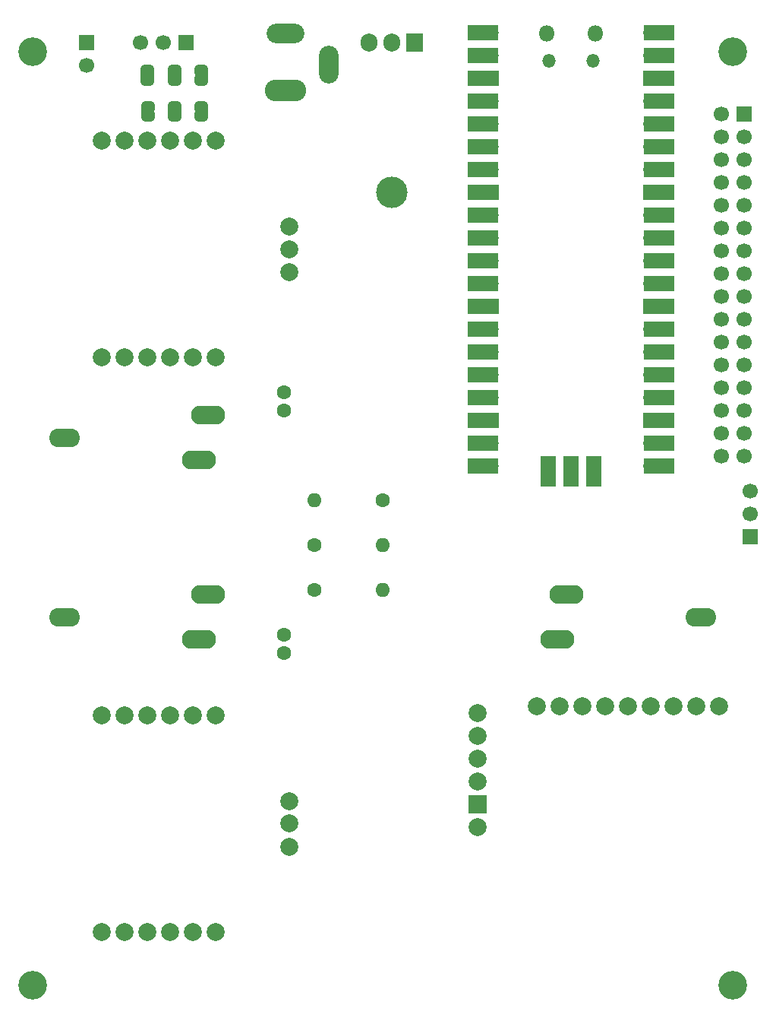
<source format=gbr>
%TF.GenerationSoftware,KiCad,Pcbnew,9.0.2*%
%TF.CreationDate,2025-06-25T22:06:46+02:00*%
%TF.ProjectId,baseboard,62617365-626f-4617-9264-2e6b69636164,rev?*%
%TF.SameCoordinates,Original*%
%TF.FileFunction,Soldermask,Top*%
%TF.FilePolarity,Negative*%
%FSLAX46Y46*%
G04 Gerber Fmt 4.6, Leading zero omitted, Abs format (unit mm)*
G04 Created by KiCad (PCBNEW 9.0.2) date 2025-06-25 22:06:46*
%MOMM*%
%LPD*%
G01*
G04 APERTURE LIST*
G04 Aperture macros list*
%AMFreePoly0*
4,1,23,0.000000,0.745722,0.065263,0.745722,0.191342,0.711940,0.304381,0.646677,0.396677,0.554381,0.461940,0.441342,0.495722,0.315263,0.495722,0.250000,0.500000,0.250000,0.500000,-0.250000,0.495722,-0.250000,0.495722,-0.315263,0.461940,-0.441342,0.396677,-0.554381,0.304381,-0.646677,0.191342,-0.711940,0.065263,-0.745722,0.000000,-0.745722,0.000000,-0.750000,-0.500000,-0.750000,
-0.500000,0.750000,0.000000,0.750000,0.000000,0.745722,0.000000,0.745722,$1*%
%AMFreePoly1*
4,1,23,0.500000,-0.750000,0.000000,-0.750000,0.000000,-0.745722,-0.065263,-0.745722,-0.191342,-0.711940,-0.304381,-0.646677,-0.396677,-0.554381,-0.461940,-0.441342,-0.495722,-0.315263,-0.495722,-0.250000,-0.500000,-0.250000,-0.500000,0.250000,-0.495722,0.250000,-0.495722,0.315263,-0.461940,0.441342,-0.396677,0.554381,-0.304381,0.646677,-0.191342,0.711940,-0.065263,0.745722,0.000000,0.745722,
0.000000,0.750000,0.500000,0.750000,0.500000,-0.750000,0.500000,-0.750000,$1*%
G04 Aperture macros list end*
%ADD10FreePoly0,270.000000*%
%ADD11FreePoly1,270.000000*%
%ADD12FreePoly0,90.000000*%
%ADD13FreePoly1,90.000000*%
%ADD14C,1.600000*%
%ADD15O,1.600000X1.600000*%
%ADD16R,1.700000X1.700000*%
%ADD17C,1.700000*%
%ADD18C,2.000000*%
%ADD19C,3.200000*%
%ADD20O,1.800000X1.800000*%
%ADD21O,1.500000X1.500000*%
%ADD22O,1.700000X1.700000*%
%ADD23R,3.500000X1.700000*%
%ADD24R,1.700000X3.500000*%
%ADD25R,2.000000X2.000000*%
%ADD26C,3.500000*%
%ADD27R,1.905000X2.000000*%
%ADD28O,1.905000X2.000000*%
%ADD29O,4.604000X2.404000*%
%ADD30O,4.204000X2.204000*%
%ADD31O,2.204000X4.204000*%
%ADD32O,3.400000X2.100000*%
%ADD33O,3.800000X2.100000*%
G04 APERTURE END LIST*
%TO.C,JP1*%
G36*
X163560000Y-30500000D02*
G01*
X162060000Y-30500000D01*
X162060000Y-30800000D01*
X163560000Y-30800000D01*
X163560000Y-30500000D01*
G37*
%TO.C,JP2*%
G36*
X162060000Y-26800000D02*
G01*
X163560000Y-26800000D01*
X163560000Y-26500000D01*
X162060000Y-26500000D01*
X162060000Y-26800000D01*
G37*
%TO.C,JP3*%
G36*
X157560000Y-30500000D02*
G01*
X156060000Y-30500000D01*
X156060000Y-30800000D01*
X157560000Y-30800000D01*
X157560000Y-30500000D01*
G37*
%TO.C,JP4*%
G36*
X156010000Y-26800000D02*
G01*
X157510000Y-26800000D01*
X157510000Y-26500000D01*
X156010000Y-26500000D01*
X156010000Y-26800000D01*
G37*
%TO.C,JP5*%
G36*
X159060000Y-26800000D02*
G01*
X160560000Y-26800000D01*
X160560000Y-26500000D01*
X159060000Y-26500000D01*
X159060000Y-26800000D01*
G37*
%TO.C,JP6*%
G36*
X160560000Y-30500000D02*
G01*
X159060000Y-30500000D01*
X159060000Y-30800000D01*
X160560000Y-30800000D01*
X160560000Y-30500000D01*
G37*
%TD*%
D10*
%TO.C,JP1*%
X162810000Y-31300000D03*
D11*
X162810000Y-30000000D03*
%TD*%
D12*
%TO.C,JP2*%
X162810000Y-26000000D03*
D13*
X162810000Y-27300000D03*
%TD*%
D10*
%TO.C,JP3*%
X156810000Y-31300000D03*
D11*
X156810000Y-30000000D03*
%TD*%
D12*
%TO.C,JP4*%
X156760000Y-26000000D03*
D13*
X156760000Y-27300000D03*
%TD*%
D12*
%TO.C,JP5*%
X159810000Y-26000000D03*
D13*
X159810000Y-27300000D03*
%TD*%
D10*
%TO.C,JP6*%
X159810000Y-31300000D03*
D11*
X159810000Y-30000000D03*
%TD*%
D14*
%TO.C,R1*%
X183000000Y-74000000D03*
D15*
X175380000Y-74000000D03*
%TD*%
D16*
%TO.C,J4*%
X224000000Y-78080000D03*
D17*
X224000000Y-75540000D03*
X224000000Y-73000000D03*
%TD*%
D18*
%TO.C,ADC1*%
X164350000Y-33935000D03*
X161810000Y-33935000D03*
X159270000Y-33935000D03*
X156730000Y-33935000D03*
X154190000Y-33935000D03*
X151650000Y-33935000D03*
X164350000Y-58065000D03*
X161810000Y-58065000D03*
X159270000Y-58065000D03*
X156730000Y-58065000D03*
X154190000Y-58065000D03*
X151650000Y-58065000D03*
X172630400Y-43485400D03*
X172605000Y-46000000D03*
X172630400Y-48565400D03*
%TD*%
D14*
%TO.C,R2*%
X175380000Y-78950000D03*
D15*
X183000000Y-78950000D03*
%TD*%
D19*
%TO.C,H3*%
X144000000Y-128000000D03*
%TD*%
D16*
%TO.C,J3*%
X223290000Y-30950000D03*
D17*
X220750000Y-30950000D03*
X223290000Y-33490000D03*
X220750000Y-33490000D03*
X223290000Y-36030000D03*
X220750000Y-36030000D03*
X223290000Y-38570000D03*
X220750000Y-38570000D03*
X223290000Y-41110000D03*
X220750000Y-41110000D03*
X223290000Y-43650000D03*
X220750000Y-43650000D03*
X223290000Y-46190000D03*
X220750000Y-46190000D03*
X223290000Y-48730000D03*
X220750000Y-48730000D03*
X223290000Y-51270000D03*
X220750000Y-51270000D03*
X223290000Y-53810000D03*
X220750000Y-53810000D03*
X223290000Y-56350000D03*
X220750000Y-56350000D03*
X223290000Y-58890000D03*
X220750000Y-58890000D03*
X223290000Y-61430000D03*
X220750000Y-61430000D03*
X223290000Y-63970000D03*
X220750000Y-63970000D03*
X223290000Y-66510000D03*
X220750000Y-66510000D03*
X223290000Y-69050000D03*
X220750000Y-69050000D03*
%TD*%
D20*
%TO.C,U1*%
X201275000Y-22000000D03*
D21*
X201575000Y-25030000D03*
X206425000Y-25030000D03*
D20*
X206725000Y-22000000D03*
D22*
X195110000Y-21870000D03*
D23*
X194210000Y-21870000D03*
D22*
X195110000Y-24410000D03*
D23*
X194210000Y-24410000D03*
D16*
X195110000Y-26950000D03*
D23*
X194210000Y-26950000D03*
D22*
X195110000Y-29490000D03*
D23*
X194210000Y-29490000D03*
D22*
X195110000Y-32030000D03*
D23*
X194210000Y-32030000D03*
D22*
X195110000Y-34570000D03*
D23*
X194210000Y-34570000D03*
D22*
X195110000Y-37110000D03*
D23*
X194210000Y-37110000D03*
D16*
X195110000Y-39650000D03*
D23*
X194210000Y-39650000D03*
D22*
X195110000Y-42190000D03*
D23*
X194210000Y-42190000D03*
D22*
X195110000Y-44730000D03*
D23*
X194210000Y-44730000D03*
D22*
X195110000Y-47270000D03*
D23*
X194210000Y-47270000D03*
D22*
X195110000Y-49810000D03*
D23*
X194210000Y-49810000D03*
D16*
X195110000Y-52350000D03*
D23*
X194210000Y-52350000D03*
D22*
X195110000Y-54890000D03*
D23*
X194210000Y-54890000D03*
D22*
X195110000Y-57430000D03*
D23*
X194210000Y-57430000D03*
D22*
X195110000Y-59970000D03*
D23*
X194210000Y-59970000D03*
D22*
X195110000Y-62510000D03*
D23*
X194210000Y-62510000D03*
D16*
X195110000Y-65050000D03*
D23*
X194210000Y-65050000D03*
D22*
X195110000Y-67590000D03*
D23*
X194210000Y-67590000D03*
D22*
X195110000Y-70130000D03*
D23*
X194210000Y-70130000D03*
D22*
X212890000Y-70130000D03*
D23*
X213790000Y-70130000D03*
D22*
X212890000Y-67590000D03*
D23*
X213790000Y-67590000D03*
D16*
X212890000Y-65050000D03*
D23*
X213790000Y-65050000D03*
D22*
X212890000Y-62510000D03*
D23*
X213790000Y-62510000D03*
D22*
X212890000Y-59970000D03*
D23*
X213790000Y-59970000D03*
D22*
X212890000Y-57430000D03*
D23*
X213790000Y-57430000D03*
D22*
X212890000Y-54890000D03*
D23*
X213790000Y-54890000D03*
D16*
X212890000Y-52350000D03*
D23*
X213790000Y-52350000D03*
D22*
X212890000Y-49810000D03*
D23*
X213790000Y-49810000D03*
D22*
X212890000Y-47270000D03*
D23*
X213790000Y-47270000D03*
D22*
X212890000Y-44730000D03*
D23*
X213790000Y-44730000D03*
D22*
X212890000Y-42190000D03*
D23*
X213790000Y-42190000D03*
D16*
X212890000Y-39650000D03*
D23*
X213790000Y-39650000D03*
D22*
X212890000Y-37110000D03*
D23*
X213790000Y-37110000D03*
D22*
X212890000Y-34570000D03*
D23*
X213790000Y-34570000D03*
D22*
X212890000Y-32030000D03*
D23*
X213790000Y-32030000D03*
D22*
X212890000Y-29490000D03*
D23*
X213790000Y-29490000D03*
D16*
X212890000Y-26950000D03*
D23*
X213790000Y-26950000D03*
D22*
X212890000Y-24410000D03*
D23*
X213790000Y-24410000D03*
D22*
X212890000Y-21870000D03*
D23*
X213790000Y-21870000D03*
D22*
X201460000Y-69900000D03*
D24*
X201460000Y-70800000D03*
D16*
X204000000Y-69900000D03*
D24*
X204000000Y-70800000D03*
D22*
X206540000Y-69900000D03*
D24*
X206540000Y-70800000D03*
%TD*%
D14*
%TO.C,C2*%
X172000000Y-89000000D03*
X172000000Y-91000000D03*
%TD*%
D18*
%TO.C,DAC1*%
X193606000Y-97650000D03*
X193606000Y-100190000D03*
X193606000Y-102730000D03*
X193606000Y-105270000D03*
D25*
X193606000Y-107810000D03*
D18*
X193606000Y-110350000D03*
X200210000Y-96888000D03*
X202750000Y-96888000D03*
X205290000Y-96888000D03*
X207830000Y-96888000D03*
X210370000Y-96888000D03*
X212910000Y-96888000D03*
X215450000Y-96888000D03*
X217990000Y-96888000D03*
X220530000Y-96888000D03*
%TD*%
D14*
%TO.C,R3*%
X175380000Y-84000000D03*
D15*
X183000000Y-84000000D03*
%TD*%
D26*
%TO.C,POWER1*%
X184000000Y-39660000D03*
D27*
X186540000Y-23000000D03*
D28*
X184000000Y-23000000D03*
X181460000Y-23000000D03*
%TD*%
D14*
%TO.C,C1*%
X172000000Y-64000000D03*
X172000000Y-62000000D03*
%TD*%
D19*
%TO.C,H2*%
X222000000Y-24000000D03*
%TD*%
%TO.C,H4*%
X222000000Y-128000000D03*
%TD*%
%TO.C,H1*%
X144000000Y-24000000D03*
%TD*%
D18*
%TO.C,ADC2*%
X164350000Y-97935000D03*
X161810000Y-97935000D03*
X159270000Y-97935000D03*
X156730000Y-97935000D03*
X154190000Y-97935000D03*
X151650000Y-97935000D03*
X164350000Y-122065000D03*
X161810000Y-122065000D03*
X159270000Y-122065000D03*
X156730000Y-122065000D03*
X154190000Y-122065000D03*
X151650000Y-122065000D03*
X172630400Y-107485400D03*
X172605000Y-110000000D03*
X172630400Y-112565400D03*
%TD*%
D16*
%TO.C,J1*%
X150000000Y-23000000D03*
D17*
X150000000Y-25540000D03*
%TD*%
D16*
%TO.C,SW1*%
X161080000Y-23000000D03*
D17*
X158540000Y-23000000D03*
X156000000Y-23000000D03*
%TD*%
D29*
%TO.C,J5*%
X172200000Y-28337500D03*
D30*
X172200000Y-22037500D03*
D31*
X177000000Y-25437500D03*
%TD*%
D32*
%TO.C,JACK2*%
X147500000Y-87000000D03*
D33*
X162500000Y-89500000D03*
X163500000Y-84500000D03*
%TD*%
D32*
%TO.C,JACK3*%
X218512500Y-87000000D03*
D33*
X203512500Y-84500000D03*
X202512500Y-89500000D03*
%TD*%
D32*
%TO.C,JACK1*%
X147500000Y-67000000D03*
D33*
X162500000Y-69500000D03*
X163500000Y-64500000D03*
%TD*%
M02*

</source>
